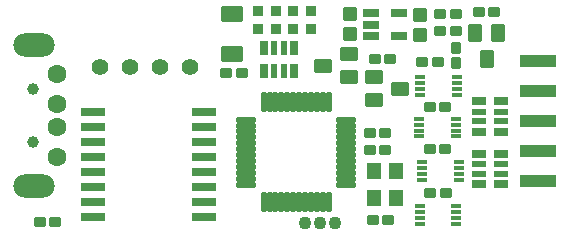
<source format=gbr>
%TF.GenerationSoftware,KiCad,Pcbnew,(6.0.7)*%
%TF.CreationDate,2022-09-07T18:04:23+02:00*%
%TF.ProjectId,BMP2_Railgun,424d5032-5f52-4616-996c-67756e2e6b69,rev?*%
%TF.SameCoordinates,Original*%
%TF.FileFunction,Soldermask,Top*%
%TF.FilePolarity,Negative*%
%FSLAX46Y46*%
G04 Gerber Fmt 4.6, Leading zero omitted, Abs format (unit mm)*
G04 Created by KiCad (PCBNEW (6.0.7)) date 2022-09-07 18:04:23*
%MOMM*%
%LPD*%
G01*
G04 APERTURE LIST*
G04 Aperture macros list*
%AMRoundRect*
0 Rectangle with rounded corners*
0 $1 Rounding radius*
0 $2 $3 $4 $5 $6 $7 $8 $9 X,Y pos of 4 corners*
0 Add a 4 corners polygon primitive as box body*
4,1,4,$2,$3,$4,$5,$6,$7,$8,$9,$2,$3,0*
0 Add four circle primitives for the rounded corners*
1,1,$1+$1,$2,$3*
1,1,$1+$1,$4,$5*
1,1,$1+$1,$6,$7*
1,1,$1+$1,$8,$9*
0 Add four rect primitives between the rounded corners*
20,1,$1+$1,$2,$3,$4,$5,0*
20,1,$1+$1,$4,$5,$6,$7,0*
20,1,$1+$1,$6,$7,$8,$9,0*
20,1,$1+$1,$8,$9,$2,$3,0*%
G04 Aperture macros list end*
%ADD10RoundRect,0.050800X0.325000X-0.550000X0.325000X0.550000X-0.325000X0.550000X-0.325000X-0.550000X0*%
%ADD11RoundRect,0.050800X0.225000X-0.550000X0.225000X0.550000X-0.225000X0.550000X-0.225000X-0.550000X0*%
%ADD12RoundRect,0.050800X-1.500000X-0.425000X1.500000X-0.425000X1.500000X0.425000X-1.500000X0.425000X0*%
%ADD13C,1.101600*%
%ADD14RoundRect,0.050800X0.500000X0.700000X-0.500000X0.700000X-0.500000X-0.700000X0.500000X-0.700000X0*%
%ADD15RoundRect,0.050800X0.700000X-0.500000X0.700000X0.500000X-0.700000X0.500000X-0.700000X-0.500000X0*%
%ADD16RoundRect,0.050800X-0.700000X0.500000X-0.700000X-0.500000X0.700000X-0.500000X0.700000X0.500000X0*%
%ADD17RoundRect,0.050800X0.850000X0.600000X-0.850000X0.600000X-0.850000X-0.600000X0.850000X-0.600000X0*%
%ADD18RoundRect,0.050800X-0.550000X-0.325000X0.550000X-0.325000X0.550000X0.325000X-0.550000X0.325000X0*%
%ADD19RoundRect,0.050800X-0.550000X-0.225000X0.550000X-0.225000X0.550000X0.225000X-0.550000X0.225000X0*%
%ADD20RoundRect,0.050800X-0.450000X-0.350000X0.450000X-0.350000X0.450000X0.350000X-0.450000X0.350000X0*%
%ADD21RoundRect,0.050800X0.350000X-0.450000X0.350000X0.450000X-0.350000X0.450000X-0.350000X-0.450000X0*%
%ADD22RoundRect,0.050800X0.450000X0.350000X-0.450000X0.350000X-0.450000X-0.350000X0.450000X-0.350000X0*%
%ADD23RoundRect,0.050800X-0.550000X0.650000X-0.550000X-0.650000X0.550000X-0.650000X0.550000X0.650000X0*%
%ADD24RoundRect,0.050800X-0.400000X-0.400000X0.400000X-0.400000X0.400000X0.400000X-0.400000X0.400000X0*%
%ADD25RoundRect,0.050800X0.400000X-0.150000X0.400000X0.150000X-0.400000X0.150000X-0.400000X-0.150000X0*%
%ADD26RoundRect,0.050800X-1.000000X-0.300000X1.000000X-0.300000X1.000000X0.300000X-1.000000X0.300000X0*%
%ADD27RoundRect,0.050800X1.000000X0.300000X-1.000000X0.300000X-1.000000X-0.300000X1.000000X-0.300000X0*%
%ADD28C,1.409600*%
%ADD29RoundRect,0.050800X-0.600000X-0.300000X0.600000X-0.300000X0.600000X0.300000X-0.600000X0.300000X0*%
%ADD30RoundRect,0.050800X-0.500000X-0.550000X0.500000X-0.550000X0.500000X0.550000X-0.500000X0.550000X0*%
%ADD31RoundRect,0.050800X0.500000X0.550000X-0.500000X0.550000X-0.500000X-0.550000X0.500000X-0.550000X0*%
%ADD32C,1.000000*%
%ADD33C,1.600000*%
%ADD34O,3.500000X2.000000*%
%ADD35RoundRect,0.076200X0.750000X-0.150000X0.750000X0.150000X-0.750000X0.150000X-0.750000X-0.150000X0*%
%ADD36RoundRect,0.076200X0.150000X-0.750000X0.150000X0.750000X-0.150000X0.750000X-0.150000X-0.750000X0*%
G04 APERTURE END LIST*
D10*
%TO.C,R1*%
X87600000Y-100100000D03*
D11*
X88500000Y-100100000D03*
X89300000Y-100100000D03*
D10*
X90200000Y-100100000D03*
X90200000Y-98200000D03*
D11*
X89300000Y-98200000D03*
X88500000Y-98200000D03*
D10*
X87600000Y-98200000D03*
%TD*%
D12*
%TO.C,X2*%
X110850000Y-99250000D03*
X110850000Y-101790000D03*
X110850000Y-104330000D03*
X110850000Y-106870000D03*
X110850000Y-109410000D03*
%TD*%
D13*
%TO.C,X1*%
X91130000Y-112970000D03*
X92400000Y-112970000D03*
X93670000Y-112970000D03*
%TD*%
D14*
%TO.C,VT3*%
X107425000Y-96900000D03*
X105525000Y-96900000D03*
X106475000Y-99100000D03*
%TD*%
D15*
%TO.C,VT2*%
X94800000Y-100600000D03*
X94800000Y-98700000D03*
X92600000Y-99650000D03*
%TD*%
D16*
%TO.C,VT1*%
X96950000Y-100650000D03*
X96950000Y-102550000D03*
X99150000Y-101600000D03*
%TD*%
D17*
%TO.C,SW1*%
X84925000Y-98645000D03*
X84925000Y-95245000D03*
%TD*%
D18*
%TO.C,R15*%
X105825000Y-107100000D03*
D19*
X105825000Y-108000000D03*
X105825000Y-108800000D03*
D18*
X105825000Y-109700000D03*
X107725000Y-109700000D03*
D19*
X107725000Y-108800000D03*
X107725000Y-108000000D03*
D18*
X107725000Y-107100000D03*
%TD*%
%TO.C,R14*%
X105825000Y-102675000D03*
D19*
X105825000Y-103575000D03*
X105825000Y-104375000D03*
D18*
X105825000Y-105275000D03*
X107725000Y-105275000D03*
D19*
X107725000Y-104375000D03*
X107725000Y-103575000D03*
D18*
X107725000Y-102675000D03*
%TD*%
D20*
%TO.C,R13*%
X105800000Y-95125000D03*
X107100000Y-95125000D03*
%TD*%
%TO.C,R12*%
X101050000Y-99375000D03*
X102350000Y-99375000D03*
%TD*%
%TO.C,R11*%
X102575000Y-96700000D03*
X103875000Y-96700000D03*
%TD*%
D21*
%TO.C,R10*%
X103900000Y-99450000D03*
X103900000Y-98150000D03*
%TD*%
D22*
%TO.C,R4*%
X85750000Y-100270000D03*
X84450000Y-100270000D03*
%TD*%
D23*
%TO.C,Q1*%
X98850000Y-110900000D03*
X98850000Y-108600000D03*
X96950000Y-108600000D03*
X96950000Y-110900000D03*
%TD*%
D24*
%TO.C,LED4*%
X91600000Y-96550000D03*
X91600000Y-95050000D03*
%TD*%
%TO.C,LED3*%
X90125000Y-96550000D03*
X90125000Y-95050000D03*
%TD*%
%TO.C,LED2*%
X88625000Y-96550000D03*
X88625000Y-95050000D03*
%TD*%
%TO.C,LED1*%
X87100000Y-96550000D03*
X87100000Y-95050000D03*
%TD*%
D25*
%TO.C,IC8*%
X100800000Y-111550000D03*
X100800000Y-112050000D03*
X100800000Y-112550000D03*
X100800000Y-113050000D03*
X103900000Y-113050000D03*
X103900000Y-112550000D03*
X103900000Y-112050000D03*
X103900000Y-111550000D03*
%TD*%
%TO.C,IC7*%
X100775000Y-104150000D03*
X100775000Y-104650000D03*
X100775000Y-105150000D03*
X100775000Y-105650000D03*
X103875000Y-105650000D03*
X103875000Y-105150000D03*
X103875000Y-104650000D03*
X103875000Y-104150000D03*
%TD*%
%TO.C,IC6*%
X101000000Y-107825000D03*
X101000000Y-108325000D03*
X101000000Y-108825000D03*
X101000000Y-109325000D03*
X104100000Y-109325000D03*
X104100000Y-108825000D03*
X104100000Y-108325000D03*
X104100000Y-107825000D03*
%TD*%
%TO.C,IC5*%
X100850000Y-100650000D03*
X100850000Y-101150000D03*
X100850000Y-101650000D03*
X100850000Y-102150000D03*
X103950000Y-102150000D03*
X103950000Y-101650000D03*
X103950000Y-101150000D03*
X103950000Y-100650000D03*
%TD*%
D26*
%TO.C,IC3*%
X73125000Y-103600000D03*
X73125000Y-104870000D03*
X73125000Y-106140000D03*
X73125000Y-107410000D03*
X73125000Y-108680000D03*
X73125000Y-109950000D03*
X73125000Y-111220000D03*
X73125000Y-112490000D03*
D27*
X82525000Y-112490000D03*
X82525000Y-111220000D03*
X82525000Y-109950000D03*
X82525000Y-108680000D03*
X82525000Y-107410000D03*
X82525000Y-106140000D03*
X82525000Y-104870000D03*
X82525000Y-103600000D03*
%TD*%
D28*
%TO.C,IC2*%
X73715000Y-99785000D03*
X76255000Y-99785000D03*
X78795000Y-99785000D03*
X81335000Y-99785000D03*
%TD*%
D29*
%TO.C,IC1*%
X96725000Y-95225000D03*
X96725000Y-96175000D03*
X96725000Y-97125000D03*
X99025000Y-97125000D03*
X99025000Y-95225000D03*
%TD*%
D20*
%TO.C,C22*%
X101700000Y-110475000D03*
X103000000Y-110475000D03*
%TD*%
%TO.C,C21*%
X101650000Y-106700000D03*
X102950000Y-106700000D03*
%TD*%
%TO.C,C19*%
X101675000Y-103150000D03*
X102975000Y-103150000D03*
%TD*%
%TO.C,C18*%
X102575000Y-95300000D03*
X103875000Y-95300000D03*
%TD*%
%TO.C,C10*%
X96575000Y-105400000D03*
X97875000Y-105400000D03*
%TD*%
D22*
%TO.C,C8*%
X69950000Y-112925000D03*
X68650000Y-112925000D03*
%TD*%
D20*
%TO.C,C6*%
X96575000Y-106800000D03*
X97875000Y-106800000D03*
%TD*%
D30*
%TO.C,C4*%
X100850000Y-97100000D03*
X100850000Y-95400000D03*
%TD*%
D22*
%TO.C,C3*%
X98150000Y-112700000D03*
X96850000Y-112700000D03*
%TD*%
D20*
%TO.C,C2*%
X97000000Y-99100000D03*
X98300000Y-99100000D03*
%TD*%
D31*
%TO.C,C1*%
X94900000Y-95250000D03*
X94900000Y-96950000D03*
%TD*%
D32*
%TO.C,X4*%
X68080000Y-106130000D03*
X68080000Y-101630000D03*
D33*
X70080000Y-107380000D03*
X70080000Y-104880000D03*
X70080000Y-102880000D03*
X70080000Y-100380000D03*
D34*
X68180000Y-97880000D03*
X68180000Y-109880000D03*
%TD*%
D35*
%TO.C,IC4*%
X94600000Y-109725000D03*
X94600000Y-109225000D03*
X94600000Y-108725000D03*
X94600000Y-108225000D03*
X94600000Y-107725000D03*
X94600000Y-107225000D03*
X94600000Y-106725000D03*
X94600000Y-106225000D03*
X94600000Y-105725000D03*
X94600000Y-105225000D03*
X94600000Y-104725000D03*
X94600000Y-104225000D03*
D36*
X93100000Y-102725000D03*
X92600000Y-102725000D03*
X92100000Y-102725000D03*
X91600000Y-102725000D03*
X91100000Y-102725000D03*
X90600000Y-102725000D03*
X90100000Y-102725000D03*
X89600000Y-102725000D03*
X89100000Y-102725000D03*
X88600000Y-102725000D03*
X88100000Y-102725000D03*
X87600000Y-102725000D03*
D35*
X86100000Y-104225000D03*
X86100000Y-104725000D03*
X86100000Y-105225000D03*
X86100000Y-105725000D03*
X86100000Y-106225000D03*
X86100000Y-106725000D03*
X86100000Y-107225000D03*
X86100000Y-107725000D03*
X86100000Y-108225000D03*
X86100000Y-108725000D03*
X86100000Y-109225000D03*
X86100000Y-109725000D03*
D36*
X87600000Y-111225000D03*
X88100000Y-111225000D03*
X88600000Y-111225000D03*
X89100000Y-111225000D03*
X89600000Y-111225000D03*
X90100000Y-111225000D03*
X90600000Y-111225000D03*
X91100000Y-111225000D03*
X91600000Y-111225000D03*
X92100000Y-111225000D03*
X92600000Y-111225000D03*
X93100000Y-111225000D03*
%TD*%
M02*

</source>
